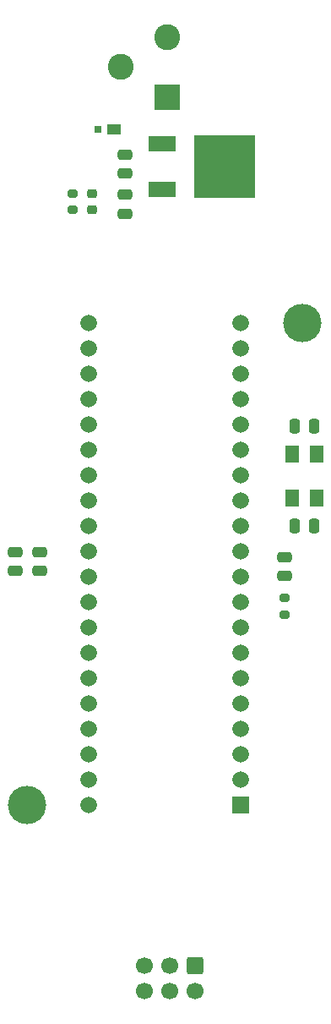
<source format=gbr>
%TF.GenerationSoftware,KiCad,Pcbnew,(6.0.4)*%
%TF.CreationDate,2022-05-17T15:50:22-07:00*%
%TF.ProjectId,Atmega32a-pu(40 pin dip) programmer,41746d65-6761-4333-9261-2d7075283430,rev?*%
%TF.SameCoordinates,Original*%
%TF.FileFunction,Soldermask,Top*%
%TF.FilePolarity,Negative*%
%FSLAX46Y46*%
G04 Gerber Fmt 4.6, Leading zero omitted, Abs format (unit mm)*
G04 Created by KiCad (PCBNEW (6.0.4)) date 2022-05-17 15:50:22*
%MOMM*%
%LPD*%
G01*
G04 APERTURE LIST*
G04 Aperture macros list*
%AMRoundRect*
0 Rectangle with rounded corners*
0 $1 Rounding radius*
0 $2 $3 $4 $5 $6 $7 $8 $9 X,Y pos of 4 corners*
0 Add a 4 corners polygon primitive as box body*
4,1,4,$2,$3,$4,$5,$6,$7,$8,$9,$2,$3,0*
0 Add four circle primitives for the rounded corners*
1,1,$1+$1,$2,$3*
1,1,$1+$1,$4,$5*
1,1,$1+$1,$6,$7*
1,1,$1+$1,$8,$9*
0 Add four rect primitives between the rounded corners*
20,1,$1+$1,$2,$3,$4,$5,0*
20,1,$1+$1,$4,$5,$6,$7,0*
20,1,$1+$1,$6,$7,$8,$9,0*
20,1,$1+$1,$8,$9,$2,$3,0*%
G04 Aperture macros list end*
%ADD10R,2.800000X1.500000*%
%ADD11R,6.100000X6.300000*%
%ADD12RoundRect,0.250000X-0.475000X0.250000X-0.475000X-0.250000X0.475000X-0.250000X0.475000X0.250000X0*%
%ADD13R,1.450000X1.100000*%
%ADD14R,0.800000X0.800000*%
%ADD15RoundRect,0.250000X0.250000X0.475000X-0.250000X0.475000X-0.250000X-0.475000X0.250000X-0.475000X0*%
%ADD16R,2.600000X2.600000*%
%ADD17C,2.600000*%
%ADD18RoundRect,0.200000X-0.275000X0.200000X-0.275000X-0.200000X0.275000X-0.200000X0.275000X0.200000X0*%
%ADD19RoundRect,0.250000X0.475000X-0.250000X0.475000X0.250000X-0.475000X0.250000X-0.475000X-0.250000X0*%
%ADD20R,1.665000X1.665000*%
%ADD21C,1.665000*%
%ADD22C,3.840000*%
%ADD23RoundRect,0.250000X-0.600000X0.600000X-0.600000X-0.600000X0.600000X-0.600000X0.600000X0.600000X0*%
%ADD24C,1.700000*%
%ADD25RoundRect,0.218750X0.256250X-0.218750X0.256250X0.218750X-0.256250X0.218750X-0.256250X-0.218750X0*%
%ADD26R,1.400000X1.800000*%
%ADD27RoundRect,0.250000X-0.250000X-0.475000X0.250000X-0.475000X0.250000X0.475000X-0.250000X0.475000X0*%
G04 APERTURE END LIST*
D10*
%TO.C,U2*%
X120250000Y-77714000D03*
D11*
X126500000Y-80000000D03*
D10*
X120250000Y-82286000D03*
%TD*%
D12*
%TO.C,C6*%
X116500000Y-78800000D03*
X116500000Y-80700000D03*
%TD*%
D13*
%TO.C,D2*%
X115400000Y-76250000D03*
D14*
X113775000Y-76250000D03*
%TD*%
D12*
%TO.C,C3*%
X108000000Y-118550000D03*
X108000000Y-120450000D03*
%TD*%
D15*
%TO.C,C5*%
X135450000Y-116000000D03*
X133550000Y-116000000D03*
%TD*%
D16*
%TO.C,J2*%
X120750000Y-73000000D03*
D17*
X120750000Y-67000000D03*
X116050000Y-70000000D03*
%TD*%
D18*
%TO.C,R2*%
X111250000Y-82675000D03*
X111250000Y-84325000D03*
%TD*%
D19*
%TO.C,C2*%
X132500000Y-121000000D03*
X132500000Y-119100000D03*
%TD*%
D20*
%TO.C,U1*%
X128120000Y-143880000D03*
D21*
X128120000Y-141340000D03*
X128120000Y-138800000D03*
X128120000Y-136260000D03*
X128120000Y-133720000D03*
X128120000Y-131180000D03*
X128120000Y-128640000D03*
X128120000Y-126100000D03*
X128120000Y-123560000D03*
X128120000Y-121020000D03*
X128120000Y-118480000D03*
X128120000Y-115940000D03*
X128120000Y-113400000D03*
X128120000Y-110860000D03*
X128120000Y-108320000D03*
X128120000Y-105780000D03*
X128120000Y-103240000D03*
X128120000Y-100700000D03*
X128120000Y-98160000D03*
X128120000Y-95620000D03*
X112880000Y-95620000D03*
X112880000Y-98160000D03*
X112880000Y-100700000D03*
X112880000Y-103240000D03*
X112880000Y-105780000D03*
X112880000Y-108320000D03*
X112880000Y-110860000D03*
X112880000Y-113400000D03*
X112880000Y-115940000D03*
X112880000Y-118480000D03*
X112880000Y-121020000D03*
X112880000Y-123560000D03*
X112880000Y-126100000D03*
X112880000Y-128640000D03*
X112880000Y-131180000D03*
X112880000Y-133720000D03*
X112880000Y-136260000D03*
X112880000Y-138800000D03*
X112880000Y-141340000D03*
X112880000Y-143880000D03*
D22*
X106720000Y-143880000D03*
X134280000Y-95620000D03*
%TD*%
D23*
%TO.C,J1*%
X123545000Y-160000000D03*
D24*
X123545000Y-162540000D03*
X121005000Y-160000000D03*
X121005000Y-162540000D03*
X118465000Y-160000000D03*
X118465000Y-162540000D03*
%TD*%
D12*
%TO.C,C1*%
X105500000Y-118550000D03*
X105500000Y-120450000D03*
%TD*%
D18*
%TO.C,R1*%
X132500000Y-123175000D03*
X132500000Y-124825000D03*
%TD*%
D12*
%TO.C,C7*%
X116500000Y-82800000D03*
X116500000Y-84700000D03*
%TD*%
D25*
%TO.C,D1*%
X113250000Y-84287500D03*
X113250000Y-82712500D03*
%TD*%
D26*
%TO.C,Y1*%
X133300000Y-108800000D03*
X133300000Y-113200000D03*
X135700000Y-113200000D03*
X135700000Y-108800000D03*
%TD*%
D27*
%TO.C,C4*%
X133550000Y-106000000D03*
X135450000Y-106000000D03*
%TD*%
M02*

</source>
